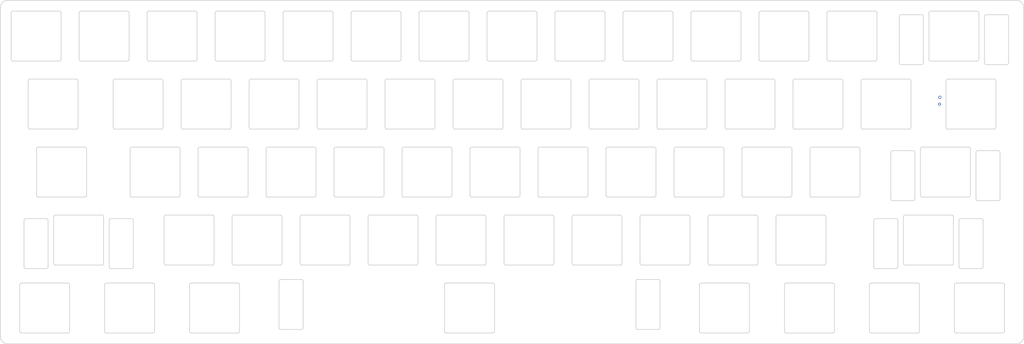
<source format=kicad_pcb>
(kicad_pcb (version 20171130) (host pcbnew "(5.1.5)-3")

  (general
    (thickness 1.6)
    (drawings 576)
    (tracks 1)
    (zones 0)
    (modules 1)
    (nets 1)
  )

  (page A4)
  (layers
    (0 F.Cu signal)
    (31 B.Cu signal)
    (32 B.Adhes user)
    (33 F.Adhes user)
    (34 B.Paste user)
    (35 F.Paste user)
    (36 B.SilkS user)
    (37 F.SilkS user)
    (38 B.Mask user)
    (39 F.Mask user)
    (40 Dwgs.User user)
    (41 Cmts.User user)
    (42 Eco1.User user)
    (43 Eco2.User user)
    (44 Edge.Cuts user)
    (45 Margin user)
    (46 B.CrtYd user)
    (47 F.CrtYd user)
    (48 B.Fab user)
    (49 F.Fab user)
  )

  (setup
    (last_trace_width 0.25)
    (trace_clearance 0.2)
    (zone_clearance 0.508)
    (zone_45_only no)
    (trace_min 0.2)
    (via_size 0.8)
    (via_drill 0.4)
    (via_min_size 0.4)
    (via_min_drill 0.3)
    (uvia_size 0.3)
    (uvia_drill 0.1)
    (uvias_allowed no)
    (uvia_min_size 0.2)
    (uvia_min_drill 0.1)
    (edge_width 0.05)
    (segment_width 0.2)
    (pcb_text_width 0.3)
    (pcb_text_size 1.5 1.5)
    (mod_edge_width 0.12)
    (mod_text_size 1 1)
    (mod_text_width 0.15)
    (pad_size 1.524 1.524)
    (pad_drill 0.762)
    (pad_to_mask_clearance 0.051)
    (solder_mask_min_width 0.25)
    (aux_axis_origin 0 0)
    (visible_elements 7FFFFFFF)
    (pcbplotparams
      (layerselection 0x010fc_ffffffff)
      (usegerberextensions false)
      (usegerberattributes false)
      (usegerberadvancedattributes false)
      (creategerberjobfile false)
      (excludeedgelayer true)
      (linewidth 0.150000)
      (plotframeref false)
      (viasonmask false)
      (mode 1)
      (useauxorigin false)
      (hpglpennumber 1)
      (hpglpenspeed 20)
      (hpglpendiameter 15.000000)
      (psnegative false)
      (psa4output false)
      (plotreference true)
      (plotvalue true)
      (plotinvisibletext false)
      (padsonsilk false)
      (subtractmaskfromsilk false)
      (outputformat 1)
      (mirror false)
      (drillshape 0)
      (scaleselection 1)
      (outputdirectory "./plate_gerbers"))
  )

  (net 0 "")

  (net_class Default "This is the default net class."
    (clearance 0.2)
    (trace_width 0.25)
    (via_dia 0.8)
    (via_drill 0.4)
    (uvia_dia 0.3)
    (uvia_drill 0.1)
  )

  (module Connector_PinHeader_1.00mm:PinHeader_1x01_P1.00mm_Vertical (layer F.Cu) (tedit 5ED494FC) (tstamp 5ED4ED4B)
    (at 277.38 41.26)
    (descr "Through hole straight pin header, 1x01, 1.00mm pitch, single row")
    (tags "Through hole pin header THT 1x01 1.00mm single row")
    (fp_text reference REF** (at 0 -1.56) (layer F.SilkS) hide
      (effects (font (size 1 1) (thickness 0.15)))
    )
    (fp_text value PinHeader_1x01_P1.00mm_Vertical (at 0 1.56) (layer F.Fab)
      (effects (font (size 1 1) (thickness 0.15)))
    )
    (fp_text user %R (at 0 0 90) (layer F.Fab)
      (effects (font (size 0.76 0.76) (thickness 0.114)))
    )
    (fp_line (start 1.15 -1) (end -1.15 -1) (layer F.CrtYd) (width 0.05))
    (fp_line (start 1.15 1) (end 1.15 -1) (layer F.CrtYd) (width 0.05))
    (fp_line (start -1.15 1) (end 1.15 1) (layer F.CrtYd) (width 0.05))
    (fp_line (start -1.15 -1) (end -1.15 1) (layer F.CrtYd) (width 0.05))
    (fp_line (start -0.635 -0.1825) (end -0.3175 -0.5) (layer F.Fab) (width 0.1))
    (fp_line (start -0.635 0.5) (end -0.635 -0.1825) (layer F.Fab) (width 0.1))
    (fp_line (start 0.635 0.5) (end -0.635 0.5) (layer F.Fab) (width 0.1))
    (fp_line (start 0.635 -0.5) (end 0.635 0.5) (layer F.Fab) (width 0.1))
    (fp_line (start -0.3175 -0.5) (end 0.635 -0.5) (layer F.Fab) (width 0.1))
    (pad 1 thru_hole circle (at -0.52 0.01) (size 0.85 0.85) (drill 0.5) (layers *.Cu *.Mask))
    (model ${KISYS3DMOD}/Connector_PinHeader_1.00mm.3dshapes/PinHeader_1x01_P1.00mm_Vertical.wrl
      (at (xyz 0 0 0))
      (scale (xyz 1 1 1))
      (rotate (xyz 0 0 0))
    )
  )

  (gr_line (start 138.08331 106.81968) (end 138.08331 93.81968) (layer Edge.Cuts) (width 0.2))
  (gr_line (start 152.08331 106.81968) (end 152.08331 93.81968) (layer Edge.Cuts) (width 0.2))
  (gr_arc (start 298.37 108.349976) (end 298.37 110.35) (angle -90) (layer Edge.Cuts) (width 0.2) (tstamp 5ED2FF47))
  (gr_arc (start 298.37 16.100024) (end 300.370024 16.100024) (angle -90) (layer Edge.Cuts) (width 0.2) (tstamp 5ED2FF34))
  (gr_arc (start 15.610024 16.1) (end 15.610024 14.099976) (angle -90) (layer Edge.Cuts) (width 0.2) (tstamp 5ED2FF1E))
  (gr_arc (start 15.610024 108.35) (end 13.61 108.35) (angle -90) (layer Edge.Cuts) (width 0.2))
  (gr_line (start 257.14625 93.82) (end 257.14625 106.82) (layer Edge.Cuts) (width 0.2))
  (gr_arc (start 246.83375 93.82) (end 247.33375 93.82) (angle -90) (layer Edge.Cuts) (width 0.2))
  (gr_line (start 13.61 16.1) (end 13.61 108.35) (layer Edge.Cuts) (width 0.2))
  (gr_arc (start 233.83375 106.82) (end 233.33375 106.82) (angle -90) (layer Edge.Cuts) (width 0.2))
  (gr_line (start 281.45875 93.32) (end 294.45875 93.32) (layer Edge.Cuts) (width 0.2))
  (gr_line (start 233.33375 93.82) (end 233.33375 106.82) (layer Edge.Cuts) (width 0.2))
  (gr_arc (start 246.83375 106.82) (end 246.83375 107.32) (angle -90) (layer Edge.Cuts) (width 0.2))
  (gr_line (start 300.370024 16.100024) (end 300.370024 108.349976) (layer Edge.Cuts) (width 0.2))
  (gr_arc (start 294.45875 93.82) (end 294.95875 93.82) (angle -90) (layer Edge.Cuts) (width 0.2))
  (gr_line (start 294.95875 93.82) (end 294.95875 106.82) (layer Edge.Cuts) (width 0.2))
  (gr_arc (start 210.02125 93.82) (end 210.02125 93.32) (angle -90) (layer Edge.Cuts) (width 0.2))
  (gr_arc (start 223.02125 106.82) (end 223.02125 107.32) (angle -90) (layer Edge.Cuts) (width 0.2))
  (gr_arc (start 210.02125 106.82) (end 209.52125 106.82) (angle -90) (layer Edge.Cuts) (width 0.2))
  (gr_arc (start 281.45875 106.82) (end 280.95875 106.82) (angle -90) (layer Edge.Cuts) (width 0.2))
  (gr_line (start 247.33375 93.82) (end 247.33375 106.82) (layer Edge.Cuts) (width 0.2))
  (gr_arc (start 223.02125 93.82) (end 223.52125 93.82) (angle -90) (layer Edge.Cuts) (width 0.2))
  (gr_line (start 280.95875 93.82) (end 280.95875 106.82) (layer Edge.Cuts) (width 0.2))
  (gr_line (start 223.52125 93.82) (end 223.52125 106.82) (layer Edge.Cuts) (width 0.2))
  (gr_arc (start 233.83375 93.82) (end 233.83375 93.32) (angle -90) (layer Edge.Cuts) (width 0.2))
  (gr_line (start 15.610024 14.099976) (end 298.37 14.1) (layer Edge.Cuts) (width 0.2))
  (gr_arc (start 281.45875 93.82) (end 281.45875 93.32) (angle -90) (layer Edge.Cuts) (width 0.2))
  (gr_arc (start 270.64625 93.82) (end 271.14625 93.82) (angle -90) (layer Edge.Cuts) (width 0.2))
  (gr_line (start 271.14625 93.82) (end 271.14625 106.82) (layer Edge.Cuts) (width 0.2))
  (gr_line (start 281.45875 107.32) (end 294.45875 107.32) (layer Edge.Cuts) (width 0.2))
  (gr_arc (start 270.64625 106.82) (end 270.64625 107.32) (angle -90) (layer Edge.Cuts) (width 0.2))
  (gr_line (start 233.83375 107.32) (end 246.83375 107.32) (layer Edge.Cuts) (width 0.2))
  (gr_arc (start 257.64625 106.82) (end 257.14625 106.82) (angle -90) (layer Edge.Cuts) (width 0.2))
  (gr_arc (start 294.45875 106.82) (end 294.45875 107.32) (angle -90) (layer Edge.Cuts) (width 0.2))
  (gr_line (start 15.610024 110.350024) (end 298.37 110.35) (layer Edge.Cuts) (width 0.2))
  (gr_arc (start 257.64625 93.82) (end 257.64625 93.32) (angle -90) (layer Edge.Cuts) (width 0.2))
  (gr_line (start 257.64625 107.32) (end 270.64625 107.32) (layer Edge.Cuts) (width 0.2))
  (gr_line (start 257.64625 93.32) (end 270.64625 93.32) (layer Edge.Cuts) (width 0.2))
  (gr_line (start 233.83375 93.32) (end 246.83375 93.32) (layer Edge.Cuts) (width 0.2))
  (gr_arc (start 80.14625 106.82) (end 80.14625 107.32) (angle -90) (layer Edge.Cuts) (width 0.2))
  (gr_arc (start 92.20831 92.81968) (end 92.20831 92.31968) (angle -90) (layer Edge.Cuts) (width 0.2))
  (gr_arc (start 97.95831 92.81968) (end 98.45831 92.81968) (angle -90) (layer Edge.Cuts) (width 0.2))
  (gr_line (start 91.70831 105.81968) (end 91.70831 92.81968) (layer Edge.Cuts) (width 0.2))
  (gr_arc (start 151.58331 106.81968) (end 151.58331 107.31968) (angle -90) (layer Edge.Cuts) (width 0.2))
  (gr_line (start 97.95831 106.31968) (end 92.20831 106.31968) (layer Edge.Cuts) (width 0.2))
  (gr_arc (start 197.95831 92.81968) (end 198.45831 92.81968) (angle -90) (layer Edge.Cuts) (width 0.2))
  (gr_line (start 197.95831 92.31968) (end 192.20831 92.31968) (layer Edge.Cuts) (width 0.2))
  (gr_line (start 198.45831 105.81968) (end 198.45831 92.81968) (layer Edge.Cuts) (width 0.2))
  (gr_line (start 151.58331 93.31968) (end 138.58331 93.31968) (layer Edge.Cuts) (width 0.2))
  (gr_line (start 209.52125 93.82) (end 209.52125 106.82) (layer Edge.Cuts) (width 0.2))
  (gr_line (start 210.02125 93.32) (end 223.02125 93.32) (layer Edge.Cuts) (width 0.2))
  (gr_arc (start 192.20831 105.81968) (end 191.70831 105.81968) (angle -90) (layer Edge.Cuts) (width 0.2))
  (gr_line (start 97.95831 92.31968) (end 92.20831 92.31968) (layer Edge.Cuts) (width 0.2))
  (gr_arc (start 197.95831 105.81968) (end 197.95831 106.31968) (angle -90) (layer Edge.Cuts) (width 0.2))
  (gr_line (start 191.70831 105.81968) (end 191.70831 92.81968) (layer Edge.Cuts) (width 0.2))
  (gr_line (start 151.58331 107.31968) (end 138.58331 107.31968) (layer Edge.Cuts) (width 0.2))
  (gr_arc (start 138.58331 93.81968) (end 138.58331 93.31968) (angle -90) (layer Edge.Cuts) (width 0.2))
  (gr_line (start 210.02125 107.32) (end 223.02125 107.32) (layer Edge.Cuts) (width 0.2))
  (gr_arc (start 151.58331 93.81968) (end 152.08331 93.81968) (angle -90) (layer Edge.Cuts) (width 0.2))
  (gr_arc (start 192.20831 92.81968) (end 192.20831 92.31968) (angle -90) (layer Edge.Cuts) (width 0.2))
  (gr_line (start 197.95831 106.31968) (end 192.20831 106.31968) (layer Edge.Cuts) (width 0.2))
  (gr_arc (start 92.20831 105.81968) (end 91.70831 105.81968) (angle -90) (layer Edge.Cuts) (width 0.2))
  (gr_arc (start 97.95831 105.81968) (end 97.95831 106.31968) (angle -90) (layer Edge.Cuts) (width 0.2))
  (gr_line (start 98.45831 105.81968) (end 98.45831 92.81968) (layer Edge.Cuts) (width 0.2))
  (gr_arc (start 138.58331 106.81968) (end 138.08331 106.81968) (angle -90) (layer Edge.Cuts) (width 0.2))
  (gr_line (start 258.85825 89.27) (end 264.60825 89.27) (layer Edge.Cuts) (width 0.2))
  (gr_line (start 258.85825 75.27) (end 264.60825 75.27) (layer Edge.Cuts) (width 0.2))
  (gr_arc (start 280.171249 74.77) (end 280.671249 74.77) (angle -90) (layer Edge.Cuts) (width 0.2))
  (gr_line (start 211.9025 74.77) (end 211.9025 87.77) (layer Edge.Cuts) (width 0.2))
  (gr_line (start 280.671249 74.77) (end 280.671249 87.77) (layer Edge.Cuts) (width 0.2))
  (gr_line (start 19.52125 93.32) (end 32.52125 93.32) (layer Edge.Cuts) (width 0.2))
  (gr_line (start 258.35825 75.77) (end 258.35825 88.77) (layer Edge.Cuts) (width 0.2))
  (gr_arc (start 67.14625 93.82) (end 67.14625 93.32) (angle -90) (layer Edge.Cuts) (width 0.2))
  (gr_line (start 43.33375 107.32) (end 56.33375 107.32) (layer Edge.Cuts) (width 0.2))
  (gr_arc (start 288.48425 75.77) (end 288.98425 75.77) (angle -90) (layer Edge.Cuts) (width 0.2))
  (gr_line (start 225.9025 74.77) (end 225.9025 87.77) (layer Edge.Cuts) (width 0.2))
  (gr_line (start 80.64625 93.82) (end 80.64625 106.82) (layer Edge.Cuts) (width 0.2))
  (gr_line (start 66.64625 93.82) (end 66.64625 106.82) (layer Edge.Cuts) (width 0.2))
  (gr_line (start 230.9525 74.77) (end 230.9525 87.77) (layer Edge.Cuts) (width 0.2))
  (gr_line (start 67.14625 107.32) (end 80.14625 107.32) (layer Edge.Cuts) (width 0.2))
  (gr_arc (start 244.4525 87.77) (end 244.4525 88.27) (angle -90) (layer Edge.Cuts) (width 0.2))
  (gr_arc (start 56.33375 93.82) (end 56.83375 93.82) (angle -90) (layer Edge.Cuts) (width 0.2))
  (gr_arc (start 225.4025 87.77) (end 225.4025 88.27) (angle -90) (layer Edge.Cuts) (width 0.2))
  (gr_line (start 282.23425 75.77) (end 282.23425 88.77) (layer Edge.Cuts) (width 0.2))
  (gr_line (start 33.02125 93.82) (end 33.02125 106.82) (layer Edge.Cuts) (width 0.2))
  (gr_arc (start 282.73425 88.77) (end 282.23425 88.77) (angle -90) (layer Edge.Cuts) (width 0.2))
  (gr_line (start 265.10825 75.77) (end 265.10825 88.77) (layer Edge.Cuts) (width 0.2))
  (gr_line (start 67.14625 93.32) (end 80.14625 93.32) (layer Edge.Cuts) (width 0.2))
  (gr_arc (start 43.33375 93.82) (end 43.33375 93.32) (angle -90) (layer Edge.Cuts) (width 0.2))
  (gr_line (start 19.52125 107.32) (end 32.52125 107.32) (layer Edge.Cuts) (width 0.2))
  (gr_arc (start 244.4525 74.77) (end 244.9525 74.77) (angle -90) (layer Edge.Cuts) (width 0.2))
  (gr_arc (start 56.33375 106.82) (end 56.33375 107.32) (angle -90) (layer Edge.Cuts) (width 0.2))
  (gr_line (start 56.83375 93.82) (end 56.83375 106.82) (layer Edge.Cuts) (width 0.2))
  (gr_line (start 42.83375 93.82) (end 42.83375 106.82) (layer Edge.Cuts) (width 0.2))
  (gr_arc (start 280.171249 87.77) (end 280.171249 88.27) (angle -90) (layer Edge.Cuts) (width 0.2))
  (gr_line (start 267.17125 74.27) (end 280.171249 74.27) (layer Edge.Cuts) (width 0.2))
  (gr_line (start 212.4025 74.27) (end 225.4025 74.27) (layer Edge.Cuts) (width 0.2))
  (gr_arc (start 206.3525 87.77) (end 206.3525 88.27) (angle -90) (layer Edge.Cuts) (width 0.2))
  (gr_line (start 43.33375 93.32) (end 56.33375 93.32) (layer Edge.Cuts) (width 0.2))
  (gr_line (start 282.73425 75.27) (end 288.48425 75.27) (layer Edge.Cuts) (width 0.2))
  (gr_arc (start 32.52125 106.82) (end 32.52125 107.32) (angle -90) (layer Edge.Cuts) (width 0.2))
  (gr_arc (start 19.52125 93.82) (end 19.52125 93.32) (angle -90) (layer Edge.Cuts) (width 0.2))
  (gr_line (start 19.02125 93.82) (end 19.02125 106.82) (layer Edge.Cuts) (width 0.2))
  (gr_arc (start 258.85825 88.77) (end 258.35825 88.77) (angle -90) (layer Edge.Cuts) (width 0.2))
  (gr_arc (start 258.85825 75.77) (end 258.85825 75.27) (angle -90) (layer Edge.Cuts) (width 0.2))
  (gr_arc (start 225.4025 74.77) (end 225.9025 74.77) (angle -90) (layer Edge.Cuts) (width 0.2))
  (gr_arc (start 288.48425 88.77) (end 288.48425 89.27) (angle -90) (layer Edge.Cuts) (width 0.2))
  (gr_arc (start 267.17125 87.77) (end 266.67125 87.77) (angle -90) (layer Edge.Cuts) (width 0.2))
  (gr_line (start 231.4525 88.27) (end 244.4525 88.27) (layer Edge.Cuts) (width 0.2))
  (gr_arc (start 231.4525 74.77) (end 231.4525 74.27) (angle -90) (layer Edge.Cuts) (width 0.2))
  (gr_arc (start 231.4525 87.77) (end 230.9525 87.77) (angle -90) (layer Edge.Cuts) (width 0.2))
  (gr_line (start 288.98425 75.77) (end 288.98425 88.77) (layer Edge.Cuts) (width 0.2))
  (gr_arc (start 212.4025 74.77) (end 212.4025 74.27) (angle -90) (layer Edge.Cuts) (width 0.2))
  (gr_line (start 282.73425 89.27) (end 288.48425 89.27) (layer Edge.Cuts) (width 0.2))
  (gr_line (start 267.17125 88.27) (end 280.171249 88.27) (layer Edge.Cuts) (width 0.2))
  (gr_line (start 244.9525 74.77) (end 244.9525 87.77) (layer Edge.Cuts) (width 0.2))
  (gr_arc (start 212.4025 87.77) (end 211.9025 87.77) (angle -90) (layer Edge.Cuts) (width 0.2))
  (gr_line (start 231.4525 74.27) (end 244.4525 74.27) (layer Edge.Cuts) (width 0.2))
  (gr_line (start 212.4025 88.27) (end 225.4025 88.27) (layer Edge.Cuts) (width 0.2))
  (gr_arc (start 67.14625 106.82) (end 66.64625 106.82) (angle -90) (layer Edge.Cuts) (width 0.2))
  (gr_arc (start 80.14625 93.82) (end 80.64625 93.82) (angle -90) (layer Edge.Cuts) (width 0.2))
  (gr_arc (start 32.52125 93.82) (end 33.02125 93.82) (angle -90) (layer Edge.Cuts) (width 0.2))
  (gr_line (start 266.67125 74.77) (end 266.67125 87.77) (layer Edge.Cuts) (width 0.2))
  (gr_arc (start 43.33375 106.82) (end 42.83375 106.82) (angle -90) (layer Edge.Cuts) (width 0.2))
  (gr_arc (start 264.60825 88.77) (end 264.60825 89.27) (angle -90) (layer Edge.Cuts) (width 0.2))
  (gr_arc (start 19.52125 106.82) (end 19.02125 106.82) (angle -90) (layer Edge.Cuts) (width 0.2))
  (gr_arc (start 282.73425 75.77) (end 282.73425 75.27) (angle -90) (layer Edge.Cuts) (width 0.2))
  (gr_arc (start 267.17125 74.77) (end 267.17125 74.27) (angle -90) (layer Edge.Cuts) (width 0.2))
  (gr_arc (start 264.60825 75.77) (end 265.10825 75.77) (angle -90) (layer Edge.Cuts) (width 0.2))
  (gr_arc (start 136.2025 74.77) (end 136.2025 74.27) (angle -90) (layer Edge.Cuts) (width 0.2))
  (gr_arc (start 193.3525 87.77) (end 192.8525 87.77) (angle -90) (layer Edge.Cuts) (width 0.2))
  (gr_line (start 192.8525 74.77) (end 192.8525 87.77) (layer Edge.Cuts) (width 0.2))
  (gr_line (start 154.7525 74.77) (end 154.7525 87.77) (layer Edge.Cuts) (width 0.2))
  (gr_arc (start 149.2025 87.77) (end 149.2025 88.27) (angle -90) (layer Edge.Cuts) (width 0.2))
  (gr_line (start 174.3025 88.27) (end 187.3025 88.27) (layer Edge.Cuts) (width 0.2))
  (gr_arc (start 155.2525 87.77) (end 154.7525 87.77) (angle -90) (layer Edge.Cuts) (width 0.2))
  (gr_line (start 155.2525 74.27) (end 168.2525 74.27) (layer Edge.Cuts) (width 0.2))
  (gr_line (start 206.8525 74.77) (end 206.8525 87.77) (layer Edge.Cuts) (width 0.2))
  (gr_arc (start 187.3025 74.77) (end 187.8025 74.77) (angle -90) (layer Edge.Cuts) (width 0.2))
  (gr_line (start 193.3525 88.27) (end 206.3525 88.27) (layer Edge.Cuts) (width 0.2))
  (gr_line (start 193.3525 74.27) (end 206.3525 74.27) (layer Edge.Cuts) (width 0.2))
  (gr_arc (start 174.3025 87.77) (end 173.8025 87.77) (angle -90) (layer Edge.Cuts) (width 0.2))
  (gr_line (start 187.8025 74.77) (end 187.8025 87.77) (layer Edge.Cuts) (width 0.2))
  (gr_line (start 173.8025 74.77) (end 173.8025 87.77) (layer Edge.Cuts) (width 0.2))
  (gr_line (start 174.3025 74.27) (end 187.3025 74.27) (layer Edge.Cuts) (width 0.2))
  (gr_arc (start 155.2525 74.77) (end 155.2525 74.27) (angle -90) (layer Edge.Cuts) (width 0.2))
  (gr_line (start 155.2525 88.27) (end 168.2525 88.27) (layer Edge.Cuts) (width 0.2))
  (gr_line (start 149.7025 74.77) (end 149.7025 87.77) (layer Edge.Cuts) (width 0.2))
  (gr_line (start 168.7525 74.77) (end 168.7525 87.77) (layer Edge.Cuts) (width 0.2))
  (gr_arc (start 168.2525 87.77) (end 168.2525 88.27) (angle -90) (layer Edge.Cuts) (width 0.2))
  (gr_arc (start 168.2525 74.77) (end 168.7525 74.77) (angle -90) (layer Edge.Cuts) (width 0.2))
  (gr_arc (start 149.2025 74.77) (end 149.7025 74.77) (angle -90) (layer Edge.Cuts) (width 0.2))
  (gr_arc (start 187.3025 87.77) (end 187.3025 88.27) (angle -90) (layer Edge.Cuts) (width 0.2))
  (gr_arc (start 206.3525 74.77) (end 206.8525 74.77) (angle -90) (layer Edge.Cuts) (width 0.2))
  (gr_arc (start 193.3525 74.77) (end 193.3525 74.27) (angle -90) (layer Edge.Cuts) (width 0.2))
  (gr_arc (start 174.3025 74.77) (end 174.3025 74.27) (angle -90) (layer Edge.Cuts) (width 0.2))
  (gr_arc (start 136.2025 87.77) (end 135.7025 87.77) (angle -90) (layer Edge.Cuts) (width 0.2))
  (gr_line (start 28.54625 74.77) (end 28.54625 87.77) (layer Edge.Cuts) (width 0.2))
  (gr_line (start 50.85925 75.77) (end 50.85925 88.77) (layer Edge.Cuts) (width 0.2))
  (gr_arc (start 263.62075 69.72) (end 263.12075 69.72) (angle -90) (layer Edge.Cuts) (width 0.2))
  (gr_arc (start 29.04625 74.77) (end 29.04625 74.27) (angle -90) (layer Edge.Cuts) (width 0.2))
  (gr_arc (start 44.60925 75.77) (end 44.60925 75.27) (angle -90) (layer Edge.Cuts) (width 0.2))
  (gr_line (start 116.6525 74.77) (end 116.6525 87.77) (layer Edge.Cuts) (width 0.2))
  (gr_arc (start 98.1025 87.77) (end 97.6025 87.77) (angle -90) (layer Edge.Cuts) (width 0.2))
  (gr_line (start 111.6025 74.77) (end 111.6025 87.77) (layer Edge.Cuts) (width 0.2))
  (gr_arc (start 92.0525 87.77) (end 92.0525 88.27) (angle -90) (layer Edge.Cuts) (width 0.2))
  (gr_line (start 98.1025 88.27) (end 111.1025 88.27) (layer Edge.Cuts) (width 0.2))
  (gr_arc (start 79.0525 87.77) (end 78.5525 87.77) (angle -90) (layer Edge.Cuts) (width 0.2))
  (gr_arc (start 20.73325 88.77) (end 20.23325 88.77) (angle -90) (layer Edge.Cuts) (width 0.2))
  (gr_line (start 42.54625 74.77) (end 42.54625 87.77) (layer Edge.Cuts) (width 0.2))
  (gr_line (start 44.10925 75.77) (end 44.10925 88.77) (layer Edge.Cuts) (width 0.2))
  (gr_arc (start 50.35925 88.77) (end 50.35925 89.27) (angle -90) (layer Edge.Cuts) (width 0.2))
  (gr_arc (start 269.37075 56.72) (end 269.87075 56.72) (angle -90) (layer Edge.Cuts) (width 0.2))
  (gr_arc (start 42.04625 87.77) (end 42.04625 88.27) (angle -90) (layer Edge.Cuts) (width 0.2))
  (gr_line (start 79.0525 74.27) (end 92.0525 74.27) (layer Edge.Cuts) (width 0.2))
  (gr_arc (start 50.35925 75.77) (end 50.85925 75.77) (angle -90) (layer Edge.Cuts) (width 0.2))
  (gr_arc (start 60.0025 87.77) (end 59.5025 87.77) (angle -90) (layer Edge.Cuts) (width 0.2))
  (gr_arc (start 79.0525 74.77) (end 79.0525 74.27) (angle -90) (layer Edge.Cuts) (width 0.2))
  (gr_arc (start 44.60925 88.77) (end 44.10925 88.77) (angle -90) (layer Edge.Cuts) (width 0.2))
  (gr_line (start 29.04625 74.27) (end 42.04625 74.27) (layer Edge.Cuts) (width 0.2))
  (gr_arc (start 111.1025 87.77) (end 111.1025 88.27) (angle -90) (layer Edge.Cuts) (width 0.2))
  (gr_arc (start 111.1025 74.77) (end 111.6025 74.77) (angle -90) (layer Edge.Cuts) (width 0.2))
  (gr_line (start 92.5525 74.77) (end 92.5525 87.77) (layer Edge.Cuts) (width 0.2))
  (gr_arc (start 73.0025 74.77) (end 73.5025 74.77) (angle -90) (layer Edge.Cuts) (width 0.2))
  (gr_line (start 79.0525 88.27) (end 92.0525 88.27) (layer Edge.Cuts) (width 0.2))
  (gr_arc (start 73.0025 87.77) (end 73.0025 88.27) (angle -90) (layer Edge.Cuts) (width 0.2))
  (gr_arc (start 263.62075 56.72) (end 263.62075 56.22) (angle -90) (layer Edge.Cuts) (width 0.2))
  (gr_arc (start 26.48325 75.77) (end 26.98325 75.77) (angle -90) (layer Edge.Cuts) (width 0.2))
  (gr_line (start 20.73325 75.27) (end 26.48325 75.27) (layer Edge.Cuts) (width 0.2))
  (gr_arc (start 60.0025 74.77) (end 60.0025 74.27) (angle -90) (layer Edge.Cuts) (width 0.2))
  (gr_line (start 73.5025 74.77) (end 73.5025 87.77) (layer Edge.Cuts) (width 0.2))
  (gr_line (start 20.73325 89.27) (end 26.48325 89.27) (layer Edge.Cuts) (width 0.2))
  (gr_line (start 44.60925 75.27) (end 50.35925 75.27) (layer Edge.Cuts) (width 0.2))
  (gr_line (start 135.7025 74.77) (end 135.7025 87.77) (layer Edge.Cuts) (width 0.2))
  (gr_line (start 269.87075 56.72) (end 269.87075 69.72) (layer Edge.Cuts) (width 0.2))
  (gr_arc (start 98.1025 74.77) (end 98.1025 74.27) (angle -90) (layer Edge.Cuts) (width 0.2))
  (gr_arc (start 269.37075 69.72) (end 269.37075 70.22) (angle -90) (layer Edge.Cuts) (width 0.2))
  (gr_line (start 136.2025 88.27) (end 149.2025 88.27) (layer Edge.Cuts) (width 0.2))
  (gr_arc (start 117.1525 74.77) (end 117.1525 74.27) (angle -90) (layer Edge.Cuts) (width 0.2))
  (gr_line (start 78.5525 74.77) (end 78.5525 87.77) (layer Edge.Cuts) (width 0.2))
  (gr_line (start 29.04625 88.27) (end 42.04625 88.27) (layer Edge.Cuts) (width 0.2))
  (gr_arc (start 92.0525 74.77) (end 92.5525 74.77) (angle -90) (layer Edge.Cuts) (width 0.2))
  (gr_arc (start 26.48325 88.77) (end 26.48325 89.27) (angle -90) (layer Edge.Cuts) (width 0.2))
  (gr_arc (start 20.73325 75.77) (end 20.73325 75.27) (angle -90) (layer Edge.Cuts) (width 0.2))
  (gr_arc (start 29.04625 87.77) (end 28.54625 87.77) (angle -90) (layer Edge.Cuts) (width 0.2))
  (gr_arc (start 130.1525 74.77) (end 130.6525 74.77) (angle -90) (layer Edge.Cuts) (width 0.2))
  (gr_line (start 130.6525 74.77) (end 130.6525 87.77) (layer Edge.Cuts) (width 0.2))
  (gr_line (start 117.1525 88.27) (end 130.1525 88.27) (layer Edge.Cuts) (width 0.2))
  (gr_line (start 59.5025 74.77) (end 59.5025 87.77) (layer Edge.Cuts) (width 0.2))
  (gr_arc (start 42.04625 74.77) (end 42.54625 74.77) (angle -90) (layer Edge.Cuts) (width 0.2))
  (gr_line (start 26.98325 75.77) (end 26.98325 88.77) (layer Edge.Cuts) (width 0.2))
  (gr_line (start 20.23325 75.77) (end 20.23325 88.77) (layer Edge.Cuts) (width 0.2))
  (gr_line (start 136.2025 74.27) (end 149.2025 74.27) (layer Edge.Cuts) (width 0.2))
  (gr_arc (start 130.1525 87.77) (end 130.1525 88.27) (angle -90) (layer Edge.Cuts) (width 0.2))
  (gr_arc (start 117.1525 87.77) (end 116.6525 87.77) (angle -90) (layer Edge.Cuts) (width 0.2))
  (gr_line (start 117.1525 74.27) (end 130.1525 74.27) (layer Edge.Cuts) (width 0.2))
  (gr_line (start 97.6025 74.77) (end 97.6025 87.77) (layer Edge.Cuts) (width 0.2))
  (gr_line (start 98.1025 74.27) (end 111.1025 74.27) (layer Edge.Cuts) (width 0.2))
  (gr_line (start 60.0025 88.27) (end 73.0025 88.27) (layer Edge.Cuts) (width 0.2))
  (gr_line (start 60.0025 74.27) (end 73.0025 74.27) (layer Edge.Cuts) (width 0.2))
  (gr_line (start 44.60925 89.27) (end 50.35925 89.27) (layer Edge.Cuts) (width 0.2))
  (gr_arc (start 234.9275 55.72) (end 235.4275 55.72) (angle -90) (layer Edge.Cuts) (width 0.2))
  (gr_arc (start 202.8775 55.72) (end 202.8775 55.22) (angle -90) (layer Edge.Cuts) (width 0.2))
  (gr_arc (start 284.93375 55.72) (end 285.43375 55.72) (angle -90) (layer Edge.Cuts) (width 0.2))
  (gr_arc (start 240.9775 68.72) (end 240.4775 68.72) (angle -90) (layer Edge.Cuts) (width 0.2))
  (gr_arc (start 221.9275 68.72) (end 221.4275 68.72) (angle -90) (layer Edge.Cuts) (width 0.2))
  (gr_arc (start 253.9775 55.72) (end 254.4775 55.72) (angle -90) (layer Edge.Cuts) (width 0.2))
  (gr_line (start 221.9275 55.22) (end 234.9275 55.22) (layer Edge.Cuts) (width 0.2))
  (gr_arc (start 287.49675 69.72) (end 286.99675 69.72) (angle -90) (layer Edge.Cuts) (width 0.2))
  (gr_line (start 293.74675 56.72) (end 293.74675 69.72) (layer Edge.Cuts) (width 0.2))
  (gr_arc (start 196.8275 68.72) (end 196.8275 69.22) (angle -90) (layer Edge.Cuts) (width 0.2))
  (gr_arc (start 196.8275 55.72) (end 197.3275 55.72) (angle -90) (layer Edge.Cuts) (width 0.2))
  (gr_line (start 254.4775 55.72) (end 254.4775 68.72) (layer Edge.Cuts) (width 0.2))
  (gr_line (start 202.8775 69.22) (end 215.8775 69.22) (layer Edge.Cuts) (width 0.2))
  (gr_line (start 221.9275 69.22) (end 234.9275 69.22) (layer Edge.Cuts) (width 0.2))
  (gr_line (start 216.3775 55.72) (end 216.3775 68.72) (layer Edge.Cuts) (width 0.2))
  (gr_line (start 235.4275 55.72) (end 235.4275 68.72) (layer Edge.Cuts) (width 0.2))
  (gr_arc (start 284.93375 68.72) (end 284.93375 69.22) (angle -90) (layer Edge.Cuts) (width 0.2))
  (gr_line (start 240.9775 55.22) (end 253.9775 55.22) (layer Edge.Cuts) (width 0.2))
  (gr_line (start 202.3775 55.72) (end 202.3775 68.72) (layer Edge.Cuts) (width 0.2))
  (gr_arc (start 234.9275 68.72) (end 234.9275 69.22) (angle -90) (layer Edge.Cuts) (width 0.2))
  (gr_line (start 263.12075 56.72) (end 263.12075 69.72) (layer Edge.Cuts) (width 0.2))
  (gr_arc (start 293.24675 69.72) (end 293.24675 70.22) (angle -90) (layer Edge.Cuts) (width 0.2))
  (gr_line (start 263.62075 70.22) (end 269.37075 70.22) (layer Edge.Cuts) (width 0.2))
  (gr_line (start 263.62075 56.22) (end 269.37075 56.22) (layer Edge.Cuts) (width 0.2))
  (gr_arc (start 293.24675 56.72) (end 293.74675 56.72) (angle -90) (layer Edge.Cuts) (width 0.2))
  (gr_arc (start 287.49675 56.72) (end 287.49675 56.22) (angle -90) (layer Edge.Cuts) (width 0.2))
  (gr_line (start 286.99675 56.72) (end 286.99675 69.72) (layer Edge.Cuts) (width 0.2))
  (gr_line (start 287.49675 70.22) (end 293.24675 70.22) (layer Edge.Cuts) (width 0.2))
  (gr_line (start 271.43375 55.72) (end 271.43375 68.72) (layer Edge.Cuts) (width 0.2))
  (gr_line (start 240.9775 69.22) (end 253.9775 69.22) (layer Edge.Cuts) (width 0.2))
  (gr_arc (start 215.8775 55.72) (end 216.3775 55.72) (angle -90) (layer Edge.Cuts) (width 0.2))
  (gr_line (start 287.49675 56.22) (end 293.24675 56.22) (layer Edge.Cuts) (width 0.2))
  (gr_arc (start 271.93375 55.72) (end 271.93375 55.22) (angle -90) (layer Edge.Cuts) (width 0.2))
  (gr_line (start 271.93375 69.22) (end 284.93375 69.22) (layer Edge.Cuts) (width 0.2))
  (gr_line (start 240.4775 55.72) (end 240.4775 68.72) (layer Edge.Cuts) (width 0.2))
  (gr_arc (start 221.9275 55.72) (end 221.9275 55.22) (angle -90) (layer Edge.Cuts) (width 0.2))
  (gr_line (start 285.43375 55.72) (end 285.43375 68.72) (layer Edge.Cuts) (width 0.2))
  (gr_arc (start 253.9775 68.72) (end 253.9775 69.22) (angle -90) (layer Edge.Cuts) (width 0.2))
  (gr_line (start 221.4275 55.72) (end 221.4275 68.72) (layer Edge.Cuts) (width 0.2))
  (gr_line (start 202.8775 55.22) (end 215.8775 55.22) (layer Edge.Cuts) (width 0.2))
  (gr_line (start 271.93375 55.22) (end 284.93375 55.22) (layer Edge.Cuts) (width 0.2))
  (gr_arc (start 183.8275 68.72) (end 183.3275 68.72) (angle -90) (layer Edge.Cuts) (width 0.2))
  (gr_arc (start 215.8775 68.72) (end 215.8775 69.22) (angle -90) (layer Edge.Cuts) (width 0.2))
  (gr_arc (start 240.9775 55.72) (end 240.9775 55.22) (angle -90) (layer Edge.Cuts) (width 0.2))
  (gr_arc (start 202.8775 68.72) (end 202.3775 68.72) (angle -90) (layer Edge.Cuts) (width 0.2))
  (gr_arc (start 271.93375 68.72) (end 271.43375 68.72) (angle -90) (layer Edge.Cuts) (width 0.2))
  (gr_arc (start 158.7275 68.72) (end 158.7275 69.22) (angle -90) (layer Edge.Cuts) (width 0.2))
  (gr_arc (start 145.7275 68.72) (end 145.2275 68.72) (angle -90) (layer Edge.Cuts) (width 0.2))
  (gr_line (start 159.2275 55.72) (end 159.2275 68.72) (layer Edge.Cuts) (width 0.2))
  (gr_line (start 88.5775 55.22) (end 101.5775 55.22) (layer Edge.Cuts) (width 0.2))
  (gr_arc (start 88.5775 68.72) (end 88.0775 68.72) (angle -90) (layer Edge.Cuts) (width 0.2))
  (gr_line (start 107.6275 69.22) (end 120.6275 69.22) (layer Edge.Cuts) (width 0.2))
  (gr_arc (start 107.6275 68.72) (end 107.1275 68.72) (angle -90) (layer Edge.Cuts) (width 0.2))
  (gr_line (start 183.8275 55.22) (end 196.8275 55.22) (layer Edge.Cuts) (width 0.2))
  (gr_line (start 164.7775 55.22) (end 177.7775 55.22) (layer Edge.Cuts) (width 0.2))
  (gr_arc (start 177.7775 68.72) (end 177.7775 69.22) (angle -90) (layer Edge.Cuts) (width 0.2))
  (gr_arc (start 164.7775 68.72) (end 164.2775 68.72) (angle -90) (layer Edge.Cuts) (width 0.2))
  (gr_arc (start 101.5775 68.72) (end 101.5775 69.22) (angle -90) (layer Edge.Cuts) (width 0.2))
  (gr_line (start 145.7275 55.22) (end 158.7275 55.22) (layer Edge.Cuts) (width 0.2))
  (gr_line (start 88.5775 69.22) (end 101.5775 69.22) (layer Edge.Cuts) (width 0.2))
  (gr_arc (start 139.6775 68.72) (end 139.6775 69.22) (angle -90) (layer Edge.Cuts) (width 0.2))
  (gr_arc (start 120.6275 55.72) (end 121.1275 55.72) (angle -90) (layer Edge.Cuts) (width 0.2))
  (gr_arc (start 120.6275 68.72) (end 120.6275 69.22) (angle -90) (layer Edge.Cuts) (width 0.2))
  (gr_arc (start 164.7775 55.72) (end 164.7775 55.22) (angle -90) (layer Edge.Cuts) (width 0.2))
  (gr_arc (start 145.7275 55.72) (end 145.7275 55.22) (angle -90) (layer Edge.Cuts) (width 0.2))
  (gr_arc (start 139.6775 55.72) (end 140.1775 55.72) (angle -90) (layer Edge.Cuts) (width 0.2))
  (gr_arc (start 126.6775 55.72) (end 126.6775 55.22) (angle -90) (layer Edge.Cuts) (width 0.2))
  (gr_line (start 126.6775 69.22) (end 139.6775 69.22) (layer Edge.Cuts) (width 0.2))
  (gr_line (start 126.6775 55.22) (end 139.6775 55.22) (layer Edge.Cuts) (width 0.2))
  (gr_arc (start 107.6275 55.72) (end 107.6275 55.22) (angle -90) (layer Edge.Cuts) (width 0.2))
  (gr_line (start 107.1275 55.72) (end 107.1275 68.72) (layer Edge.Cuts) (width 0.2))
  (gr_arc (start 88.5775 55.72) (end 88.5775 55.22) (angle -90) (layer Edge.Cuts) (width 0.2))
  (gr_line (start 126.1775 55.72) (end 126.1775 68.72) (layer Edge.Cuts) (width 0.2))
  (gr_arc (start 101.5775 55.72) (end 102.0775 55.72) (angle -90) (layer Edge.Cuts) (width 0.2))
  (gr_arc (start 158.7275 55.72) (end 159.2275 55.72) (angle -90) (layer Edge.Cuts) (width 0.2))
  (gr_line (start 121.1275 55.72) (end 121.1275 68.72) (layer Edge.Cuts) (width 0.2))
  (gr_line (start 107.6275 55.22) (end 120.6275 55.22) (layer Edge.Cuts) (width 0.2))
  (gr_arc (start 183.8275 55.72) (end 183.8275 55.22) (angle -90) (layer Edge.Cuts) (width 0.2))
  (gr_line (start 197.3275 55.72) (end 197.3275 68.72) (layer Edge.Cuts) (width 0.2))
  (gr_line (start 183.3275 55.72) (end 183.3275 68.72) (layer Edge.Cuts) (width 0.2))
  (gr_line (start 183.8275 69.22) (end 196.8275 69.22) (layer Edge.Cuts) (width 0.2))
  (gr_arc (start 177.7775 55.72) (end 178.2775 55.72) (angle -90) (layer Edge.Cuts) (width 0.2))
  (gr_line (start 145.2275 55.72) (end 145.2275 68.72) (layer Edge.Cuts) (width 0.2))
  (gr_line (start 178.2775 55.72) (end 178.2775 68.72) (layer Edge.Cuts) (width 0.2))
  (gr_line (start 164.7775 69.22) (end 177.7775 69.22) (layer Edge.Cuts) (width 0.2))
  (gr_line (start 102.0775 55.72) (end 102.0775 68.72) (layer Edge.Cuts) (width 0.2))
  (gr_line (start 88.0775 55.72) (end 88.0775 68.72) (layer Edge.Cuts) (width 0.2))
  (gr_line (start 140.1775 55.72) (end 140.1775 68.72) (layer Edge.Cuts) (width 0.2))
  (gr_arc (start 126.6775 68.72) (end 126.1775 68.72) (angle -90) (layer Edge.Cuts) (width 0.2))
  (gr_line (start 164.2775 55.72) (end 164.2775 68.72) (layer Edge.Cuts) (width 0.2))
  (gr_line (start 145.7275 69.22) (end 158.7275 69.22) (layer Edge.Cuts) (width 0.2))
  (gr_arc (start 82.5275 68.72) (end 82.5275 69.22) (angle -90) (layer Edge.Cuts) (width 0.2))
  (gr_line (start 254.765 36.67) (end 254.765 49.67) (layer Edge.Cuts) (width 0.2))
  (gr_line (start 255.265 50.17) (end 268.265 50.17) (layer Edge.Cuts) (width 0.2))
  (gr_arc (start 255.265 49.67) (end 254.765 49.67) (angle -90) (layer Edge.Cuts) (width 0.2))
  (gr_line (start 279.077499 50.17) (end 292.0775 50.17) (layer Edge.Cuts) (width 0.2))
  (gr_line (start 268.765 36.67) (end 268.765 49.67) (layer Edge.Cuts) (width 0.2))
  (gr_arc (start 69.5275 68.72) (end 69.0275 68.72) (angle -90) (layer Edge.Cuts) (width 0.2))
  (gr_line (start 23.78375 55.72) (end 23.78375 68.72) (layer Edge.Cuts) (width 0.2))
  (gr_arc (start 236.215 49.67) (end 235.715 49.67) (angle -90) (layer Edge.Cuts) (width 0.2))
  (gr_arc (start 82.5275 55.72) (end 83.0275 55.72) (angle -90) (layer Edge.Cuts) (width 0.2))
  (gr_arc (start 69.5275 55.72) (end 69.5275 55.22) (angle -90) (layer Edge.Cuts) (width 0.2))
  (gr_line (start 83.0275 55.72) (end 83.0275 68.72) (layer Edge.Cuts) (width 0.2))
  (gr_arc (start 24.28375 68.72) (end 23.78375 68.72) (angle -90) (layer Edge.Cuts) (width 0.2))
  (gr_arc (start 279.077499 36.67) (end 279.077499 36.17) (angle -90) (layer Edge.Cuts) (width 0.2))
  (gr_line (start 249.715 36.67) (end 249.715 49.67) (layer Edge.Cuts) (width 0.2))
  (gr_arc (start 249.215 49.67) (end 249.215 50.17) (angle -90) (layer Edge.Cuts) (width 0.2))
  (gr_arc (start 255.265 36.67) (end 255.265 36.17) (angle -90) (layer Edge.Cuts) (width 0.2))
  (gr_arc (start 37.28375 55.72) (end 37.78375 55.72) (angle -90) (layer Edge.Cuts) (width 0.2))
  (gr_line (start 278.577499 36.67) (end 278.577499 49.67) (layer Edge.Cuts) (width 0.2))
  (gr_line (start 69.0275 55.72) (end 69.0275 68.72) (layer Edge.Cuts) (width 0.2))
  (gr_arc (start 50.4775 55.72) (end 50.4775 55.22) (angle -90) (layer Edge.Cuts) (width 0.2))
  (gr_line (start 69.5275 69.22) (end 82.5275 69.22) (layer Edge.Cuts) (width 0.2))
  (gr_line (start 37.78375 55.72) (end 37.78375 68.72) (layer Edge.Cuts) (width 0.2))
  (gr_arc (start 24.28375 55.72) (end 24.28375 55.22) (angle -90) (layer Edge.Cuts) (width 0.2))
  (gr_arc (start 63.4775 68.72) (end 63.4775 69.22) (angle -90) (layer Edge.Cuts) (width 0.2))
  (gr_line (start 236.215 50.17) (end 249.215 50.17) (layer Edge.Cuts) (width 0.2))
  (gr_line (start 50.4775 69.22) (end 63.4775 69.22) (layer Edge.Cuts) (width 0.2))
  (gr_line (start 24.28375 55.22) (end 37.28375 55.22) (layer Edge.Cuts) (width 0.2))
  (gr_line (start 50.4775 55.22) (end 63.4775 55.22) (layer Edge.Cuts) (width 0.2))
  (gr_arc (start 50.4775 68.72) (end 49.9775 68.72) (angle -90) (layer Edge.Cuts) (width 0.2))
  (gr_line (start 49.9775 55.72) (end 49.9775 68.72) (layer Edge.Cuts) (width 0.2))
  (gr_line (start 24.28375 69.22) (end 37.28375 69.22) (layer Edge.Cuts) (width 0.2))
  (gr_arc (start 268.265 36.67) (end 268.765 36.67) (angle -90) (layer Edge.Cuts) (width 0.2))
  (gr_arc (start 268.265 49.67) (end 268.265 50.17) (angle -90) (layer Edge.Cuts) (width 0.2))
  (gr_line (start 255.265 36.17) (end 268.265 36.17) (layer Edge.Cuts) (width 0.2))
  (gr_arc (start 236.215 36.67) (end 236.215 36.17) (angle -90) (layer Edge.Cuts) (width 0.2))
  (gr_line (start 235.715 36.67) (end 235.715 49.67) (layer Edge.Cuts) (width 0.2))
  (gr_arc (start 292.0775 36.67) (end 292.5775 36.67) (angle -90) (layer Edge.Cuts) (width 0.2))
  (gr_line (start 292.5775 36.67) (end 292.5775 49.67) (layer Edge.Cuts) (width 0.2))
  (gr_line (start 69.5275 55.22) (end 82.5275 55.22) (layer Edge.Cuts) (width 0.2))
  (gr_arc (start 63.4775 55.72) (end 63.9775 55.72) (angle -90) (layer Edge.Cuts) (width 0.2))
  (gr_arc (start 279.077499 49.67) (end 278.577499 49.67) (angle -90) (layer Edge.Cuts) (width 0.2))
  (gr_line (start 63.9775 55.72) (end 63.9775 68.72) (layer Edge.Cuts) (width 0.2))
  (gr_line (start 279.077499 36.17) (end 292.0775 36.17) (layer Edge.Cuts) (width 0.2))
  (gr_arc (start 292.0775 49.67) (end 292.0775 50.17) (angle -90) (layer Edge.Cuts) (width 0.2))
  (gr_arc (start 249.215 36.67) (end 249.715 36.67) (angle -90) (layer Edge.Cuts) (width 0.2))
  (gr_arc (start 37.28375 68.72) (end 37.28375 69.22) (angle -90) (layer Edge.Cuts) (width 0.2))
  (gr_line (start 102.365 36.67) (end 102.365 49.67) (layer Edge.Cuts) (width 0.2))
  (gr_arc (start 102.865 36.67) (end 102.865 36.17) (angle -90) (layer Edge.Cuts) (width 0.2))
  (gr_line (start 116.365 36.67) (end 116.365 49.67) (layer Edge.Cuts) (width 0.2))
  (gr_arc (start 96.815 49.67) (end 96.815 50.17) (angle -90) (layer Edge.Cuts) (width 0.2))
  (gr_arc (start 77.765 49.67) (end 77.765 50.17) (angle -90) (layer Edge.Cuts) (width 0.2))
  (gr_line (start 121.415 36.67) (end 121.415 49.67) (layer Edge.Cuts) (width 0.2))
  (gr_line (start 121.915 50.17) (end 134.915 50.17) (layer Edge.Cuts) (width 0.2))
  (gr_line (start 121.915 36.17) (end 134.915 36.17) (layer Edge.Cuts) (width 0.2))
  (gr_line (start 102.865 36.17) (end 115.865 36.17) (layer Edge.Cuts) (width 0.2))
  (gr_line (start 97.315 36.67) (end 97.315 49.67) (layer Edge.Cuts) (width 0.2))
  (gr_line (start 83.815 36.17) (end 96.815 36.17) (layer Edge.Cuts) (width 0.2))
  (gr_arc (start 77.765 36.67) (end 78.265 36.67) (angle -90) (layer Edge.Cuts) (width 0.2))
  (gr_arc (start 115.865 49.67) (end 115.865 50.17) (angle -90) (layer Edge.Cuts) (width 0.2))
  (gr_arc (start 83.815 49.67) (end 83.315 49.67) (angle -90) (layer Edge.Cuts) (width 0.2))
  (gr_line (start 102.865 50.17) (end 115.865 50.17) (layer Edge.Cuts) (width 0.2))
  (gr_arc (start 64.765 49.67) (end 64.265 49.67) (angle -90) (layer Edge.Cuts) (width 0.2))
  (gr_arc (start 96.815 36.67) (end 97.315 36.67) (angle -90) (layer Edge.Cuts) (width 0.2))
  (gr_arc (start 83.815 36.67) (end 83.815 36.17) (angle -90) (layer Edge.Cuts) (width 0.2))
  (gr_arc (start 102.865 49.67) (end 102.365 49.67) (angle -90) (layer Edge.Cuts) (width 0.2))
  (gr_arc (start 115.865 36.67) (end 116.365 36.67) (angle -90) (layer Edge.Cuts) (width 0.2))
  (gr_arc (start 64.765 36.67) (end 64.765 36.17) (angle -90) (layer Edge.Cuts) (width 0.2))
  (gr_line (start 83.315 36.67) (end 83.315 49.67) (layer Edge.Cuts) (width 0.2))
  (gr_line (start 83.815 50.17) (end 96.815 50.17) (layer Edge.Cuts) (width 0.2))
  (gr_arc (start 45.715 36.67) (end 45.715 36.17) (angle -90) (layer Edge.Cuts) (width 0.2))
  (gr_line (start 45.715 50.17) (end 58.715 50.17) (layer Edge.Cuts) (width 0.2))
  (gr_line (start 45.215 36.67) (end 45.215 49.67) (layer Edge.Cuts) (width 0.2))
  (gr_arc (start 21.9025 49.67) (end 21.4025 49.67) (angle -90) (layer Edge.Cuts) (width 0.2))
  (gr_line (start 45.715 36.17) (end 58.715 36.17) (layer Edge.Cuts) (width 0.2))
  (gr_arc (start 34.9025 36.67) (end 35.4025 36.67) (angle -90) (layer Edge.Cuts) (width 0.2))
  (gr_arc (start 271.752 31.62) (end 271.752 32.12) (angle -90) (layer Edge.Cuts) (width 0.2))
  (gr_arc (start 271.752 18.62) (end 272.252 18.62) (angle -90) (layer Edge.Cuts) (width 0.2))
  (gr_line (start 35.4025 36.67) (end 35.4025 49.67) (layer Edge.Cuts) (width 0.2))
  (gr_line (start 21.4025 36.67) (end 21.4025 49.67) (layer Edge.Cuts) (width 0.2))
  (gr_line (start 64.265 36.67) (end 64.265 49.67) (layer Edge.Cuts) (width 0.2))
  (gr_line (start 21.9025 36.17) (end 34.9025 36.17) (layer Edge.Cuts) (width 0.2))
  (gr_arc (start 266.002 31.62) (end 265.502 31.62) (angle -90) (layer Edge.Cuts) (width 0.2))
  (gr_line (start 64.765 36.17) (end 77.765 36.17) (layer Edge.Cuts) (width 0.2))
  (gr_line (start 59.215 36.67) (end 59.215 49.67) (layer Edge.Cuts) (width 0.2))
  (gr_line (start 21.9025 50.17) (end 34.9025 50.17) (layer Edge.Cuts) (width 0.2))
  (gr_line (start 78.265 36.67) (end 78.265 49.67) (layer Edge.Cuts) (width 0.2))
  (gr_arc (start 21.9025 36.67) (end 21.9025 36.17) (angle -90) (layer Edge.Cuts) (width 0.2))
  (gr_line (start 64.765 50.17) (end 77.765 50.17) (layer Edge.Cuts) (width 0.2))
  (gr_arc (start 58.715 49.67) (end 58.715 50.17) (angle -90) (layer Edge.Cuts) (width 0.2))
  (gr_arc (start 45.715 49.67) (end 45.215 49.67) (angle -90) (layer Edge.Cuts) (width 0.2))
  (gr_arc (start 34.9025 49.67) (end 34.9025 50.17) (angle -90) (layer Edge.Cuts) (width 0.2))
  (gr_arc (start 58.715 36.67) (end 59.215 36.67) (angle -90) (layer Edge.Cuts) (width 0.2))
  (gr_arc (start 289.878 18.62) (end 289.878 18.12) (angle -90) (layer Edge.Cuts) (width 0.2))
  (gr_line (start 274.315 17.12) (end 287.315 17.12) (layer Edge.Cuts) (width 0.2))
  (gr_arc (start 274.315 17.62) (end 274.315 17.12) (angle -90) (layer Edge.Cuts) (width 0.2))
  (gr_arc (start 287.315 30.619999) (end 287.315 31.119999) (angle -90) (layer Edge.Cuts) (width 0.2))
  (gr_arc (start 245.74 30.619999) (end 245.24 30.619999) (angle -90) (layer Edge.Cuts) (width 0.2))
  (gr_arc (start 295.628 31.62) (end 295.628 32.12) (angle -90) (layer Edge.Cuts) (width 0.2))
  (gr_arc (start 287.315 17.62) (end 287.815 17.62) (angle -90) (layer Edge.Cuts) (width 0.2))
  (gr_arc (start 295.628 18.62) (end 296.128 18.62) (angle -90) (layer Edge.Cuts) (width 0.2))
  (gr_line (start 296.128 18.62) (end 296.128 31.62) (layer Edge.Cuts) (width 0.2))
  (gr_arc (start 289.878 31.62) (end 289.378 31.62) (angle -90) (layer Edge.Cuts) (width 0.2))
  (gr_line (start 289.378 18.62) (end 289.378 31.62) (layer Edge.Cuts) (width 0.2))
  (gr_line (start 289.878 32.12) (end 295.628 32.12) (layer Edge.Cuts) (width 0.2))
  (gr_line (start 289.878 18.12) (end 295.628 18.12) (layer Edge.Cuts) (width 0.2))
  (gr_line (start 273.815 17.62) (end 273.815 30.619999) (layer Edge.Cuts) (width 0.2))
  (gr_line (start 287.815 17.62) (end 287.815 30.619999) (layer Edge.Cuts) (width 0.2))
  (gr_arc (start 274.315 30.619999) (end 273.815 30.619999) (angle -90) (layer Edge.Cuts) (width 0.2))
  (gr_arc (start 258.74 30.619999) (end 258.74 31.119999) (angle -90) (layer Edge.Cuts) (width 0.2))
  (gr_arc (start 266.002 18.62) (end 266.002 18.12) (angle -90) (layer Edge.Cuts) (width 0.2))
  (gr_line (start 272.252 18.62) (end 272.252 31.62) (layer Edge.Cuts) (width 0.2))
  (gr_line (start 266.002 32.12) (end 271.752 32.12) (layer Edge.Cuts) (width 0.2))
  (gr_line (start 274.315 31.119999) (end 287.315 31.119999) (layer Edge.Cuts) (width 0.2))
  (gr_line (start 265.502 18.62) (end 265.502 31.62) (layer Edge.Cuts) (width 0.2))
  (gr_line (start 266.002 18.12) (end 271.752 18.12) (layer Edge.Cuts) (width 0.2))
  (gr_arc (start 226.69 30.619999) (end 226.19 30.619999) (angle -90) (layer Edge.Cuts) (width 0.2))
  (gr_line (start 240.19 17.62) (end 240.19 30.619999) (layer Edge.Cuts) (width 0.2))
  (gr_arc (start 220.64 17.62) (end 221.14 17.62) (angle -90) (layer Edge.Cuts) (width 0.2))
  (gr_line (start 207.64 17.12) (end 220.64 17.12) (layer Edge.Cuts) (width 0.2))
  (gr_line (start 226.69 31.119999) (end 239.69 31.119999) (layer Edge.Cuts) (width 0.2))
  (gr_line (start 245.74 17.12) (end 258.74 17.12) (layer Edge.Cuts) (width 0.2))
  (gr_arc (start 207.64 17.62) (end 207.64 17.12) (angle -90) (layer Edge.Cuts) (width 0.2))
  (gr_arc (start 239.69 30.619999) (end 239.69 31.119999) (angle -90) (layer Edge.Cuts) (width 0.2))
  (gr_line (start 221.14 17.62) (end 221.14 30.619999) (layer Edge.Cuts) (width 0.2))
  (gr_arc (start 239.69 17.62) (end 240.19 17.62) (angle -90) (layer Edge.Cuts) (width 0.2))
  (gr_line (start 207.64 31.119999) (end 220.64 31.119999) (layer Edge.Cuts) (width 0.2))
  (gr_line (start 207.14 17.62) (end 207.14 30.619999) (layer Edge.Cuts) (width 0.2))
  (gr_line (start 226.19 17.62) (end 226.19 30.619999) (layer Edge.Cuts) (width 0.2))
  (gr_arc (start 226.69 17.62) (end 226.69 17.12) (angle -90) (layer Edge.Cuts) (width 0.2))
  (gr_arc (start 220.64 30.619999) (end 220.64 31.119999) (angle -90) (layer Edge.Cuts) (width 0.2))
  (gr_arc (start 207.64 30.619999) (end 207.14 30.619999) (angle -90) (layer Edge.Cuts) (width 0.2))
  (gr_line (start 226.69 17.12) (end 239.69 17.12) (layer Edge.Cuts) (width 0.2))
  (gr_arc (start 201.59 30.619999) (end 201.59 31.119999) (angle -90) (layer Edge.Cuts) (width 0.2))
  (gr_arc (start 258.74 17.62) (end 259.24 17.62) (angle -90) (layer Edge.Cuts) (width 0.2))
  (gr_arc (start 245.74 17.62) (end 245.74 17.12) (angle -90) (layer Edge.Cuts) (width 0.2))
  (gr_line (start 259.24 17.62) (end 259.24 30.619999) (layer Edge.Cuts) (width 0.2))
  (gr_line (start 245.24 17.62) (end 245.24 30.619999) (layer Edge.Cuts) (width 0.2))
  (gr_line (start 245.74 31.119999) (end 258.74 31.119999) (layer Edge.Cuts) (width 0.2))
  (gr_arc (start 150.49 30.619999) (end 149.99 30.619999) (angle -90) (layer Edge.Cuts) (width 0.2))
  (gr_arc (start 188.59 17.62) (end 188.59 17.12) (angle -90) (layer Edge.Cuts) (width 0.2))
  (gr_line (start 188.09 17.62) (end 188.09 30.619999) (layer Edge.Cuts) (width 0.2))
  (gr_line (start 188.59 31.119999) (end 201.59 31.119999) (layer Edge.Cuts) (width 0.2))
  (gr_line (start 183.04 17.62) (end 183.04 30.619999) (layer Edge.Cuts) (width 0.2))
  (gr_line (start 169.54 17.12) (end 182.54 17.12) (layer Edge.Cuts) (width 0.2))
  (gr_line (start 163.99 17.62) (end 163.99 30.619999) (layer Edge.Cuts) (width 0.2))
  (gr_arc (start 163.49 30.619999) (end 163.49 31.119999) (angle -90) (layer Edge.Cuts) (width 0.2))
  (gr_arc (start 182.54 30.619999) (end 182.54 31.119999) (angle -90) (layer Edge.Cuts) (width 0.2))
  (gr_arc (start 188.59 30.619999) (end 188.09 30.619999) (angle -90) (layer Edge.Cuts) (width 0.2))
  (gr_arc (start 201.59 17.62) (end 202.09 17.62) (angle -90) (layer Edge.Cuts) (width 0.2))
  (gr_line (start 202.09 17.62) (end 202.09 30.619999) (layer Edge.Cuts) (width 0.2))
  (gr_line (start 188.59 17.12) (end 201.59 17.12) (layer Edge.Cuts) (width 0.2))
  (gr_line (start 169.54 31.119999) (end 182.54 31.119999) (layer Edge.Cuts) (width 0.2))
  (gr_arc (start 169.54 30.619999) (end 169.04 30.619999) (angle -90) (layer Edge.Cuts) (width 0.2))
  (gr_line (start 169.04 17.62) (end 169.04 30.619999) (layer Edge.Cuts) (width 0.2))
  (gr_arc (start 150.49 17.62) (end 150.49 17.12) (angle -90) (layer Edge.Cuts) (width 0.2))
  (gr_arc (start 169.54 17.62) (end 169.54 17.12) (angle -90) (layer Edge.Cuts) (width 0.2))
  (gr_line (start 149.99 17.62) (end 149.99 30.619999) (layer Edge.Cuts) (width 0.2))
  (gr_line (start 150.49 17.12) (end 163.49 17.12) (layer Edge.Cuts) (width 0.2))
  (gr_arc (start 182.54 17.62) (end 183.04 17.62) (angle -90) (layer Edge.Cuts) (width 0.2))
  (gr_arc (start 163.49 17.62) (end 163.99 17.62) (angle -90) (layer Edge.Cuts) (width 0.2))
  (gr_line (start 150.49 31.119999) (end 163.49 31.119999) (layer Edge.Cuts) (width 0.2))
  (gr_line (start 35.69 17.62) (end 35.69 30.619999) (layer Edge.Cuts) (width 0.2))
  (gr_line (start 93.34 17.12) (end 106.34 17.12) (layer Edge.Cuts) (width 0.2))
  (gr_arc (start 87.29 30.619999) (end 87.29 31.119999) (angle -90) (layer Edge.Cuts) (width 0.2))
  (gr_line (start 74.29 17.12) (end 87.29 17.12) (layer Edge.Cuts) (width 0.2))
  (gr_line (start 74.29 31.119999) (end 87.29 31.119999) (layer Edge.Cuts) (width 0.2))
  (gr_arc (start 55.24 17.62) (end 55.24 17.12) (angle -90) (layer Edge.Cuts) (width 0.2))
  (gr_line (start 55.24 31.119999) (end 68.24 31.119999) (layer Edge.Cuts) (width 0.2))
  (gr_arc (start 49.19 17.62) (end 49.69 17.62) (angle -90) (layer Edge.Cuts) (width 0.2))
  (gr_line (start 55.24 17.12) (end 68.24 17.12) (layer Edge.Cuts) (width 0.2))
  (gr_line (start 49.69 17.62) (end 49.69 30.619999) (layer Edge.Cuts) (width 0.2))
  (gr_arc (start 49.19 30.619999) (end 49.19 31.119999) (angle -90) (layer Edge.Cuts) (width 0.2))
  (gr_arc (start 74.29 30.619999) (end 73.79 30.619999) (angle -90) (layer Edge.Cuts) (width 0.2))
  (gr_arc (start 87.29 17.62) (end 87.79 17.62) (angle -90) (layer Edge.Cuts) (width 0.2))
  (gr_arc (start 68.24 30.619999) (end 68.24 31.119999) (angle -90) (layer Edge.Cuts) (width 0.2))
  (gr_line (start 73.79 17.62) (end 73.79 30.619999) (layer Edge.Cuts) (width 0.2))
  (gr_arc (start 74.29 17.62) (end 74.29 17.12) (angle -90) (layer Edge.Cuts) (width 0.2))
  (gr_arc (start 55.24 30.619999) (end 54.74 30.619999) (angle -90) (layer Edge.Cuts) (width 0.2))
  (gr_arc (start 68.24 17.62) (end 68.74 17.62) (angle -90) (layer Edge.Cuts) (width 0.2))
  (gr_arc (start 36.19 17.62) (end 36.19 17.12) (angle -90) (layer Edge.Cuts) (width 0.2))
  (gr_line (start 87.79 17.62) (end 87.79 30.619999) (layer Edge.Cuts) (width 0.2))
  (gr_arc (start 36.19 30.619999) (end 35.69 30.619999) (angle -90) (layer Edge.Cuts) (width 0.2))
  (gr_line (start 68.74 17.62) (end 68.74 30.619999) (layer Edge.Cuts) (width 0.2))
  (gr_line (start 54.74 17.62) (end 54.74 30.619999) (layer Edge.Cuts) (width 0.2))
  (gr_line (start 140.465 36.67) (end 140.465 49.67) (layer Edge.Cuts) (width 0.2))
  (gr_line (start 211.615 36.67) (end 211.615 49.67) (layer Edge.Cuts) (width 0.2))
  (gr_arc (start 179.065 49.67) (end 178.565 49.67) (angle -90) (layer Edge.Cuts) (width 0.2))
  (gr_line (start 140.965 36.17) (end 153.965 36.17) (layer Edge.Cuts) (width 0.2))
  (gr_line (start 230.665 36.67) (end 230.665 49.67) (layer Edge.Cuts) (width 0.2))
  (gr_line (start 217.165 50.17) (end 230.165 50.17) (layer Edge.Cuts) (width 0.2))
  (gr_line (start 198.115 36.17) (end 211.115 36.17) (layer Edge.Cuts) (width 0.2))
  (gr_line (start 173.515 36.67) (end 173.515 49.67) (layer Edge.Cuts) (width 0.2))
  (gr_arc (start 198.115 36.67) (end 198.115 36.17) (angle -90) (layer Edge.Cuts) (width 0.2))
  (gr_arc (start 192.065 49.67) (end 192.065 50.17) (angle -90) (layer Edge.Cuts) (width 0.2))
  (gr_line (start 192.565 36.67) (end 192.565 49.67) (layer Edge.Cuts) (width 0.2))
  (gr_arc (start 121.915 36.67) (end 121.915 36.17) (angle -90) (layer Edge.Cuts) (width 0.2))
  (gr_line (start 236.215 36.17) (end 249.215 36.17) (layer Edge.Cuts) (width 0.2))
  (gr_arc (start 217.165 36.67) (end 217.165 36.17) (angle -90) (layer Edge.Cuts) (width 0.2))
  (gr_line (start 197.615 36.67) (end 197.615 49.67) (layer Edge.Cuts) (width 0.2))
  (gr_arc (start 211.115 49.67) (end 211.115 50.17) (angle -90) (layer Edge.Cuts) (width 0.2))
  (gr_arc (start 198.115 49.67) (end 197.615 49.67) (angle -90) (layer Edge.Cuts) (width 0.2))
  (gr_arc (start 140.965 49.67) (end 140.465 49.67) (angle -90) (layer Edge.Cuts) (width 0.2))
  (gr_arc (start 160.015 36.67) (end 160.015 36.17) (angle -90) (layer Edge.Cuts) (width 0.2))
  (gr_arc (start 140.965 36.67) (end 140.965 36.17) (angle -90) (layer Edge.Cuts) (width 0.2))
  (gr_arc (start 179.065 36.67) (end 179.065 36.17) (angle -90) (layer Edge.Cuts) (width 0.2))
  (gr_line (start 160.015 50.17) (end 173.015 50.17) (layer Edge.Cuts) (width 0.2))
  (gr_arc (start 173.015 49.67) (end 173.015 50.17) (angle -90) (layer Edge.Cuts) (width 0.2))
  (gr_arc (start 134.915 36.67) (end 135.415 36.67) (angle -90) (layer Edge.Cuts) (width 0.2))
  (gr_arc (start 230.165 49.67) (end 230.165 50.17) (angle -90) (layer Edge.Cuts) (width 0.2))
  (gr_arc (start 217.165 49.67) (end 216.665 49.67) (angle -90) (layer Edge.Cuts) (width 0.2))
  (gr_line (start 216.665 36.67) (end 216.665 49.67) (layer Edge.Cuts) (width 0.2))
  (gr_arc (start 192.065 36.67) (end 192.565 36.67) (angle -90) (layer Edge.Cuts) (width 0.2))
  (gr_line (start 178.565 36.67) (end 178.565 49.67) (layer Edge.Cuts) (width 0.2))
  (gr_line (start 159.515 36.67) (end 159.515 49.67) (layer Edge.Cuts) (width 0.2))
  (gr_line (start 154.465 36.67) (end 154.465 49.67) (layer Edge.Cuts) (width 0.2))
  (gr_line (start 135.415 36.67) (end 135.415 49.67) (layer Edge.Cuts) (width 0.2))
  (gr_arc (start 211.115 36.67) (end 211.615 36.67) (angle -90) (layer Edge.Cuts) (width 0.2))
  (gr_line (start 179.065 50.17) (end 192.065 50.17) (layer Edge.Cuts) (width 0.2))
  (gr_arc (start 153.965 36.67) (end 154.465 36.67) (angle -90) (layer Edge.Cuts) (width 0.2))
  (gr_arc (start 153.965 49.67) (end 153.965 50.17) (angle -90) (layer Edge.Cuts) (width 0.2))
  (gr_arc (start 121.915 49.67) (end 121.415 49.67) (angle -90) (layer Edge.Cuts) (width 0.2))
  (gr_line (start 179.065 36.17) (end 192.065 36.17) (layer Edge.Cuts) (width 0.2))
  (gr_line (start 217.165 36.17) (end 230.165 36.17) (layer Edge.Cuts) (width 0.2))
  (gr_line (start 198.115 50.17) (end 211.115 50.17) (layer Edge.Cuts) (width 0.2))
  (gr_line (start 160.015 36.17) (end 173.015 36.17) (layer Edge.Cuts) (width 0.2))
  (gr_arc (start 134.915 49.67) (end 134.915 50.17) (angle -90) (layer Edge.Cuts) (width 0.2))
  (gr_arc (start 230.165 36.67) (end 230.665 36.67) (angle -90) (layer Edge.Cuts) (width 0.2))
  (gr_arc (start 173.015 36.67) (end 173.515 36.67) (angle -90) (layer Edge.Cuts) (width 0.2))
  (gr_arc (start 160.015 49.67) (end 159.515 49.67) (angle -90) (layer Edge.Cuts) (width 0.2))
  (gr_line (start 140.965 50.17) (end 153.965 50.17) (layer Edge.Cuts) (width 0.2))
  (gr_line (start 112.39 31.119999) (end 125.39 31.119999) (layer Edge.Cuts) (width 0.2))
  (gr_line (start 106.84 17.62) (end 106.84 30.619999) (layer Edge.Cuts) (width 0.2))
  (gr_arc (start 144.439999 30.619999) (end 144.439999 31.119999) (angle -90) (layer Edge.Cuts) (width 0.2))
  (gr_arc (start 131.44 30.619999) (end 130.94 30.619999) (angle -90) (layer Edge.Cuts) (width 0.2))
  (gr_arc (start 144.439999 17.62) (end 144.939999 17.62) (angle -90) (layer Edge.Cuts) (width 0.2))
  (gr_arc (start 106.34 17.62) (end 106.84 17.62) (angle -90) (layer Edge.Cuts) (width 0.2))
  (gr_arc (start 131.44 17.62) (end 131.44 17.12) (angle -90) (layer Edge.Cuts) (width 0.2))
  (gr_line (start 131.44 31.119999) (end 144.439999 31.119999) (layer Edge.Cuts) (width 0.2))
  (gr_arc (start 125.39 17.62) (end 125.89 17.62) (angle -90) (layer Edge.Cuts) (width 0.2))
  (gr_arc (start 112.39 17.62) (end 112.39 17.12) (angle -90) (layer Edge.Cuts) (width 0.2))
  (gr_line (start 93.34 31.119999) (end 106.34 31.119999) (layer Edge.Cuts) (width 0.2))
  (gr_arc (start 93.34 30.619999) (end 92.84 30.619999) (angle -90) (layer Edge.Cuts) (width 0.2))
  (gr_line (start 131.44 17.12) (end 144.439999 17.12) (layer Edge.Cuts) (width 0.2))
  (gr_arc (start 112.39 30.619999) (end 111.89 30.619999) (angle -90) (layer Edge.Cuts) (width 0.2))
  (gr_line (start 92.84 17.62) (end 92.84 30.619999) (layer Edge.Cuts) (width 0.2))
  (gr_line (start 144.939999 17.62) (end 144.939999 30.619999) (layer Edge.Cuts) (width 0.2))
  (gr_line (start 130.94 17.62) (end 130.94 30.619999) (layer Edge.Cuts) (width 0.2))
  (gr_arc (start 125.39 30.619999) (end 125.39 31.119999) (angle -90) (layer Edge.Cuts) (width 0.2))
  (gr_arc (start 106.34 30.619999) (end 106.34 31.119999) (angle -90) (layer Edge.Cuts) (width 0.2))
  (gr_line (start 125.89 17.62) (end 125.89 30.619999) (layer Edge.Cuts) (width 0.2))
  (gr_line (start 112.39 17.12) (end 125.39 17.12) (layer Edge.Cuts) (width 0.2))
  (gr_arc (start 93.34 17.62) (end 93.34 17.12) (angle -90) (layer Edge.Cuts) (width 0.2))
  (gr_line (start 111.89 17.62) (end 111.89 30.619999) (layer Edge.Cuts) (width 0.2))
  (gr_arc (start 30.139999 17.62) (end 30.639999 17.62) (angle -90) (layer Edge.Cuts) (width 0.2))
  (gr_line (start 17.14 31.119999) (end 30.139999 31.119999) (layer Edge.Cuts) (width 0.2))
  (gr_line (start 36.19 31.119999) (end 49.19 31.119999) (layer Edge.Cuts) (width 0.2))
  (gr_line (start 36.19 17.12) (end 49.19 17.12) (layer Edge.Cuts) (width 0.2))
  (gr_arc (start 17.14 17.62) (end 17.14 17.12) (angle -90) (layer Edge.Cuts) (width 0.2))
  (gr_arc (start 30.139999 30.619999) (end 30.139999 31.119999) (angle -90) (layer Edge.Cuts) (width 0.2))
  (gr_arc (start 17.14 30.619999) (end 16.64 30.619999) (angle -90) (layer Edge.Cuts) (width 0.2))
  (gr_line (start 30.639999 17.62) (end 30.639999 30.619999) (layer Edge.Cuts) (width 0.2))
  (gr_line (start 17.14 17.12) (end 30.139999 17.12) (layer Edge.Cuts) (width 0.2))
  (gr_line (start 16.64 17.62) (end 16.64 30.619999) (layer Edge.Cuts) (width 0.2))

  (via (at 276.77 43.2) (size 0.8) (drill 0.4) (layers F.Cu B.Cu) (net 0))

)

</source>
